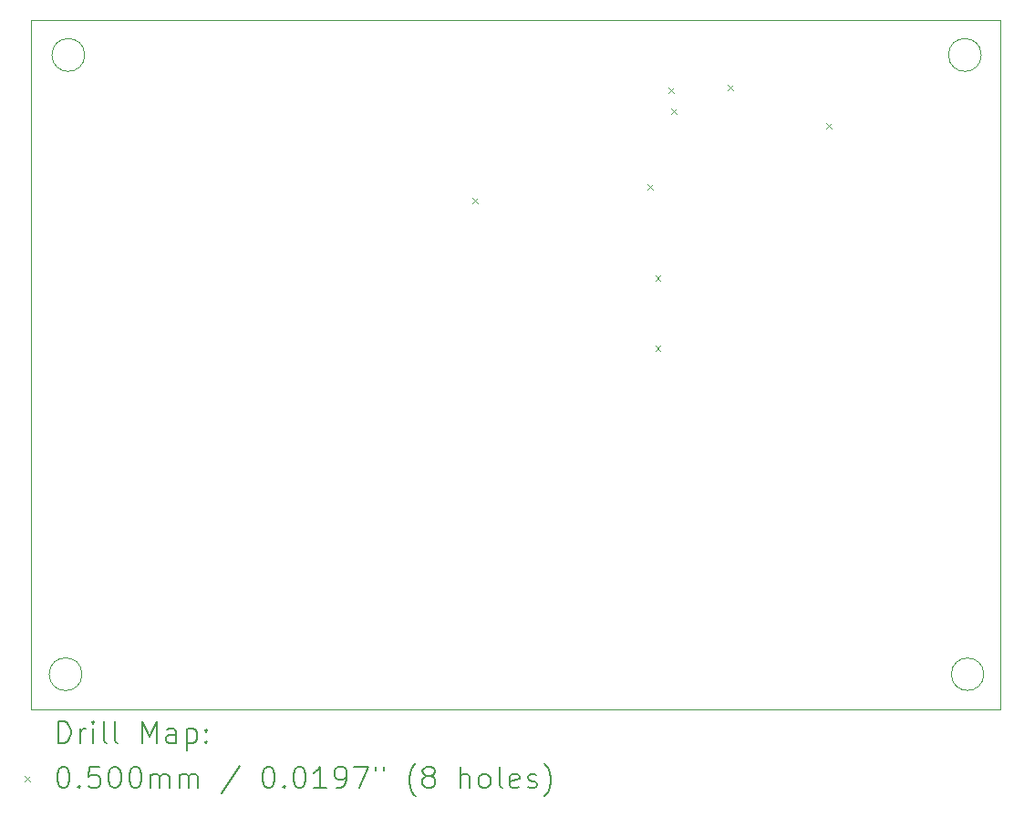
<source format=gbr>
%TF.GenerationSoftware,KiCad,Pcbnew,8.0.5*%
%TF.CreationDate,2024-12-18T11:28:25+01:00*%
%TF.ProjectId,Antenna_switch,416e7465-6e6e-4615-9f73-77697463682e,rev?*%
%TF.SameCoordinates,Original*%
%TF.FileFunction,Drillmap*%
%TF.FilePolarity,Positive*%
%FSLAX45Y45*%
G04 Gerber Fmt 4.5, Leading zero omitted, Abs format (unit mm)*
G04 Created by KiCad (PCBNEW 8.0.5) date 2024-12-18 11:28:25*
%MOMM*%
%LPD*%
G01*
G04 APERTURE LIST*
%ADD10C,0.050000*%
%ADD11C,0.200000*%
%ADD12C,0.100000*%
G04 APERTURE END LIST*
D10*
X18375000Y-9750000D02*
G75*
G02*
X18075000Y-9750000I-150000J0D01*
G01*
X18075000Y-9750000D02*
G75*
G02*
X18375000Y-9750000I150000J0D01*
G01*
X18352069Y-4000000D02*
G75*
G02*
X18047931Y-4000000I-152069J0D01*
G01*
X18047931Y-4000000D02*
G75*
G02*
X18352069Y-4000000I152069J0D01*
G01*
X10002069Y-9750000D02*
G75*
G02*
X9697931Y-9750000I-152069J0D01*
G01*
X9697931Y-9750000D02*
G75*
G02*
X10002069Y-9750000I152069J0D01*
G01*
X9525000Y-3675000D02*
X18525000Y-3675000D01*
X18525000Y-10075000D01*
X9525000Y-10075000D01*
X9525000Y-3675000D01*
X10027069Y-4000000D02*
G75*
G02*
X9722931Y-4000000I-152069J0D01*
G01*
X9722931Y-4000000D02*
G75*
G02*
X10027069Y-4000000I152069J0D01*
G01*
D11*
D12*
X13625000Y-5325000D02*
X13675000Y-5375000D01*
X13675000Y-5325000D02*
X13625000Y-5375000D01*
X15250000Y-5200000D02*
X15300000Y-5250000D01*
X15300000Y-5200000D02*
X15250000Y-5250000D01*
X15325000Y-6050000D02*
X15375000Y-6100000D01*
X15375000Y-6050000D02*
X15325000Y-6100000D01*
X15325000Y-6700000D02*
X15375000Y-6750000D01*
X15375000Y-6700000D02*
X15325000Y-6750000D01*
X15450000Y-4300000D02*
X15500000Y-4350000D01*
X15500000Y-4300000D02*
X15450000Y-4350000D01*
X15475000Y-4500000D02*
X15525000Y-4550000D01*
X15525000Y-4500000D02*
X15475000Y-4550000D01*
X16000000Y-4275000D02*
X16050000Y-4325000D01*
X16050000Y-4275000D02*
X16000000Y-4325000D01*
X16915000Y-4635000D02*
X16965000Y-4685000D01*
X16965000Y-4635000D02*
X16915000Y-4685000D01*
D11*
X9783277Y-10388984D02*
X9783277Y-10188984D01*
X9783277Y-10188984D02*
X9830896Y-10188984D01*
X9830896Y-10188984D02*
X9859467Y-10198508D01*
X9859467Y-10198508D02*
X9878515Y-10217555D01*
X9878515Y-10217555D02*
X9888039Y-10236603D01*
X9888039Y-10236603D02*
X9897563Y-10274698D01*
X9897563Y-10274698D02*
X9897563Y-10303270D01*
X9897563Y-10303270D02*
X9888039Y-10341365D01*
X9888039Y-10341365D02*
X9878515Y-10360412D01*
X9878515Y-10360412D02*
X9859467Y-10379460D01*
X9859467Y-10379460D02*
X9830896Y-10388984D01*
X9830896Y-10388984D02*
X9783277Y-10388984D01*
X9983277Y-10388984D02*
X9983277Y-10255650D01*
X9983277Y-10293746D02*
X9992801Y-10274698D01*
X9992801Y-10274698D02*
X10002324Y-10265174D01*
X10002324Y-10265174D02*
X10021372Y-10255650D01*
X10021372Y-10255650D02*
X10040420Y-10255650D01*
X10107086Y-10388984D02*
X10107086Y-10255650D01*
X10107086Y-10188984D02*
X10097563Y-10198508D01*
X10097563Y-10198508D02*
X10107086Y-10208031D01*
X10107086Y-10208031D02*
X10116610Y-10198508D01*
X10116610Y-10198508D02*
X10107086Y-10188984D01*
X10107086Y-10188984D02*
X10107086Y-10208031D01*
X10230896Y-10388984D02*
X10211848Y-10379460D01*
X10211848Y-10379460D02*
X10202324Y-10360412D01*
X10202324Y-10360412D02*
X10202324Y-10188984D01*
X10335658Y-10388984D02*
X10316610Y-10379460D01*
X10316610Y-10379460D02*
X10307086Y-10360412D01*
X10307086Y-10360412D02*
X10307086Y-10188984D01*
X10564229Y-10388984D02*
X10564229Y-10188984D01*
X10564229Y-10188984D02*
X10630896Y-10331841D01*
X10630896Y-10331841D02*
X10697563Y-10188984D01*
X10697563Y-10188984D02*
X10697563Y-10388984D01*
X10878515Y-10388984D02*
X10878515Y-10284222D01*
X10878515Y-10284222D02*
X10868991Y-10265174D01*
X10868991Y-10265174D02*
X10849944Y-10255650D01*
X10849944Y-10255650D02*
X10811848Y-10255650D01*
X10811848Y-10255650D02*
X10792801Y-10265174D01*
X10878515Y-10379460D02*
X10859467Y-10388984D01*
X10859467Y-10388984D02*
X10811848Y-10388984D01*
X10811848Y-10388984D02*
X10792801Y-10379460D01*
X10792801Y-10379460D02*
X10783277Y-10360412D01*
X10783277Y-10360412D02*
X10783277Y-10341365D01*
X10783277Y-10341365D02*
X10792801Y-10322317D01*
X10792801Y-10322317D02*
X10811848Y-10312793D01*
X10811848Y-10312793D02*
X10859467Y-10312793D01*
X10859467Y-10312793D02*
X10878515Y-10303270D01*
X10973753Y-10255650D02*
X10973753Y-10455650D01*
X10973753Y-10265174D02*
X10992801Y-10255650D01*
X10992801Y-10255650D02*
X11030896Y-10255650D01*
X11030896Y-10255650D02*
X11049944Y-10265174D01*
X11049944Y-10265174D02*
X11059467Y-10274698D01*
X11059467Y-10274698D02*
X11068991Y-10293746D01*
X11068991Y-10293746D02*
X11068991Y-10350889D01*
X11068991Y-10350889D02*
X11059467Y-10369936D01*
X11059467Y-10369936D02*
X11049944Y-10379460D01*
X11049944Y-10379460D02*
X11030896Y-10388984D01*
X11030896Y-10388984D02*
X10992801Y-10388984D01*
X10992801Y-10388984D02*
X10973753Y-10379460D01*
X11154705Y-10369936D02*
X11164229Y-10379460D01*
X11164229Y-10379460D02*
X11154705Y-10388984D01*
X11154705Y-10388984D02*
X11145182Y-10379460D01*
X11145182Y-10379460D02*
X11154705Y-10369936D01*
X11154705Y-10369936D02*
X11154705Y-10388984D01*
X11154705Y-10265174D02*
X11164229Y-10274698D01*
X11164229Y-10274698D02*
X11154705Y-10284222D01*
X11154705Y-10284222D02*
X11145182Y-10274698D01*
X11145182Y-10274698D02*
X11154705Y-10265174D01*
X11154705Y-10265174D02*
X11154705Y-10284222D01*
D12*
X9472500Y-10692500D02*
X9522500Y-10742500D01*
X9522500Y-10692500D02*
X9472500Y-10742500D01*
D11*
X9821372Y-10608984D02*
X9840420Y-10608984D01*
X9840420Y-10608984D02*
X9859467Y-10618508D01*
X9859467Y-10618508D02*
X9868991Y-10628031D01*
X9868991Y-10628031D02*
X9878515Y-10647079D01*
X9878515Y-10647079D02*
X9888039Y-10685174D01*
X9888039Y-10685174D02*
X9888039Y-10732793D01*
X9888039Y-10732793D02*
X9878515Y-10770889D01*
X9878515Y-10770889D02*
X9868991Y-10789936D01*
X9868991Y-10789936D02*
X9859467Y-10799460D01*
X9859467Y-10799460D02*
X9840420Y-10808984D01*
X9840420Y-10808984D02*
X9821372Y-10808984D01*
X9821372Y-10808984D02*
X9802324Y-10799460D01*
X9802324Y-10799460D02*
X9792801Y-10789936D01*
X9792801Y-10789936D02*
X9783277Y-10770889D01*
X9783277Y-10770889D02*
X9773753Y-10732793D01*
X9773753Y-10732793D02*
X9773753Y-10685174D01*
X9773753Y-10685174D02*
X9783277Y-10647079D01*
X9783277Y-10647079D02*
X9792801Y-10628031D01*
X9792801Y-10628031D02*
X9802324Y-10618508D01*
X9802324Y-10618508D02*
X9821372Y-10608984D01*
X9973753Y-10789936D02*
X9983277Y-10799460D01*
X9983277Y-10799460D02*
X9973753Y-10808984D01*
X9973753Y-10808984D02*
X9964229Y-10799460D01*
X9964229Y-10799460D02*
X9973753Y-10789936D01*
X9973753Y-10789936D02*
X9973753Y-10808984D01*
X10164229Y-10608984D02*
X10068991Y-10608984D01*
X10068991Y-10608984D02*
X10059467Y-10704222D01*
X10059467Y-10704222D02*
X10068991Y-10694698D01*
X10068991Y-10694698D02*
X10088039Y-10685174D01*
X10088039Y-10685174D02*
X10135658Y-10685174D01*
X10135658Y-10685174D02*
X10154705Y-10694698D01*
X10154705Y-10694698D02*
X10164229Y-10704222D01*
X10164229Y-10704222D02*
X10173753Y-10723270D01*
X10173753Y-10723270D02*
X10173753Y-10770889D01*
X10173753Y-10770889D02*
X10164229Y-10789936D01*
X10164229Y-10789936D02*
X10154705Y-10799460D01*
X10154705Y-10799460D02*
X10135658Y-10808984D01*
X10135658Y-10808984D02*
X10088039Y-10808984D01*
X10088039Y-10808984D02*
X10068991Y-10799460D01*
X10068991Y-10799460D02*
X10059467Y-10789936D01*
X10297563Y-10608984D02*
X10316610Y-10608984D01*
X10316610Y-10608984D02*
X10335658Y-10618508D01*
X10335658Y-10618508D02*
X10345182Y-10628031D01*
X10345182Y-10628031D02*
X10354705Y-10647079D01*
X10354705Y-10647079D02*
X10364229Y-10685174D01*
X10364229Y-10685174D02*
X10364229Y-10732793D01*
X10364229Y-10732793D02*
X10354705Y-10770889D01*
X10354705Y-10770889D02*
X10345182Y-10789936D01*
X10345182Y-10789936D02*
X10335658Y-10799460D01*
X10335658Y-10799460D02*
X10316610Y-10808984D01*
X10316610Y-10808984D02*
X10297563Y-10808984D01*
X10297563Y-10808984D02*
X10278515Y-10799460D01*
X10278515Y-10799460D02*
X10268991Y-10789936D01*
X10268991Y-10789936D02*
X10259467Y-10770889D01*
X10259467Y-10770889D02*
X10249944Y-10732793D01*
X10249944Y-10732793D02*
X10249944Y-10685174D01*
X10249944Y-10685174D02*
X10259467Y-10647079D01*
X10259467Y-10647079D02*
X10268991Y-10628031D01*
X10268991Y-10628031D02*
X10278515Y-10618508D01*
X10278515Y-10618508D02*
X10297563Y-10608984D01*
X10488039Y-10608984D02*
X10507086Y-10608984D01*
X10507086Y-10608984D02*
X10526134Y-10618508D01*
X10526134Y-10618508D02*
X10535658Y-10628031D01*
X10535658Y-10628031D02*
X10545182Y-10647079D01*
X10545182Y-10647079D02*
X10554705Y-10685174D01*
X10554705Y-10685174D02*
X10554705Y-10732793D01*
X10554705Y-10732793D02*
X10545182Y-10770889D01*
X10545182Y-10770889D02*
X10535658Y-10789936D01*
X10535658Y-10789936D02*
X10526134Y-10799460D01*
X10526134Y-10799460D02*
X10507086Y-10808984D01*
X10507086Y-10808984D02*
X10488039Y-10808984D01*
X10488039Y-10808984D02*
X10468991Y-10799460D01*
X10468991Y-10799460D02*
X10459467Y-10789936D01*
X10459467Y-10789936D02*
X10449944Y-10770889D01*
X10449944Y-10770889D02*
X10440420Y-10732793D01*
X10440420Y-10732793D02*
X10440420Y-10685174D01*
X10440420Y-10685174D02*
X10449944Y-10647079D01*
X10449944Y-10647079D02*
X10459467Y-10628031D01*
X10459467Y-10628031D02*
X10468991Y-10618508D01*
X10468991Y-10618508D02*
X10488039Y-10608984D01*
X10640420Y-10808984D02*
X10640420Y-10675650D01*
X10640420Y-10694698D02*
X10649944Y-10685174D01*
X10649944Y-10685174D02*
X10668991Y-10675650D01*
X10668991Y-10675650D02*
X10697563Y-10675650D01*
X10697563Y-10675650D02*
X10716610Y-10685174D01*
X10716610Y-10685174D02*
X10726134Y-10704222D01*
X10726134Y-10704222D02*
X10726134Y-10808984D01*
X10726134Y-10704222D02*
X10735658Y-10685174D01*
X10735658Y-10685174D02*
X10754705Y-10675650D01*
X10754705Y-10675650D02*
X10783277Y-10675650D01*
X10783277Y-10675650D02*
X10802325Y-10685174D01*
X10802325Y-10685174D02*
X10811848Y-10704222D01*
X10811848Y-10704222D02*
X10811848Y-10808984D01*
X10907086Y-10808984D02*
X10907086Y-10675650D01*
X10907086Y-10694698D02*
X10916610Y-10685174D01*
X10916610Y-10685174D02*
X10935658Y-10675650D01*
X10935658Y-10675650D02*
X10964229Y-10675650D01*
X10964229Y-10675650D02*
X10983277Y-10685174D01*
X10983277Y-10685174D02*
X10992801Y-10704222D01*
X10992801Y-10704222D02*
X10992801Y-10808984D01*
X10992801Y-10704222D02*
X11002325Y-10685174D01*
X11002325Y-10685174D02*
X11021372Y-10675650D01*
X11021372Y-10675650D02*
X11049944Y-10675650D01*
X11049944Y-10675650D02*
X11068991Y-10685174D01*
X11068991Y-10685174D02*
X11078515Y-10704222D01*
X11078515Y-10704222D02*
X11078515Y-10808984D01*
X11468991Y-10599460D02*
X11297563Y-10856603D01*
X11726134Y-10608984D02*
X11745182Y-10608984D01*
X11745182Y-10608984D02*
X11764229Y-10618508D01*
X11764229Y-10618508D02*
X11773753Y-10628031D01*
X11773753Y-10628031D02*
X11783277Y-10647079D01*
X11783277Y-10647079D02*
X11792801Y-10685174D01*
X11792801Y-10685174D02*
X11792801Y-10732793D01*
X11792801Y-10732793D02*
X11783277Y-10770889D01*
X11783277Y-10770889D02*
X11773753Y-10789936D01*
X11773753Y-10789936D02*
X11764229Y-10799460D01*
X11764229Y-10799460D02*
X11745182Y-10808984D01*
X11745182Y-10808984D02*
X11726134Y-10808984D01*
X11726134Y-10808984D02*
X11707086Y-10799460D01*
X11707086Y-10799460D02*
X11697563Y-10789936D01*
X11697563Y-10789936D02*
X11688039Y-10770889D01*
X11688039Y-10770889D02*
X11678515Y-10732793D01*
X11678515Y-10732793D02*
X11678515Y-10685174D01*
X11678515Y-10685174D02*
X11688039Y-10647079D01*
X11688039Y-10647079D02*
X11697563Y-10628031D01*
X11697563Y-10628031D02*
X11707086Y-10618508D01*
X11707086Y-10618508D02*
X11726134Y-10608984D01*
X11878515Y-10789936D02*
X11888039Y-10799460D01*
X11888039Y-10799460D02*
X11878515Y-10808984D01*
X11878515Y-10808984D02*
X11868991Y-10799460D01*
X11868991Y-10799460D02*
X11878515Y-10789936D01*
X11878515Y-10789936D02*
X11878515Y-10808984D01*
X12011848Y-10608984D02*
X12030896Y-10608984D01*
X12030896Y-10608984D02*
X12049944Y-10618508D01*
X12049944Y-10618508D02*
X12059467Y-10628031D01*
X12059467Y-10628031D02*
X12068991Y-10647079D01*
X12068991Y-10647079D02*
X12078515Y-10685174D01*
X12078515Y-10685174D02*
X12078515Y-10732793D01*
X12078515Y-10732793D02*
X12068991Y-10770889D01*
X12068991Y-10770889D02*
X12059467Y-10789936D01*
X12059467Y-10789936D02*
X12049944Y-10799460D01*
X12049944Y-10799460D02*
X12030896Y-10808984D01*
X12030896Y-10808984D02*
X12011848Y-10808984D01*
X12011848Y-10808984D02*
X11992801Y-10799460D01*
X11992801Y-10799460D02*
X11983277Y-10789936D01*
X11983277Y-10789936D02*
X11973753Y-10770889D01*
X11973753Y-10770889D02*
X11964229Y-10732793D01*
X11964229Y-10732793D02*
X11964229Y-10685174D01*
X11964229Y-10685174D02*
X11973753Y-10647079D01*
X11973753Y-10647079D02*
X11983277Y-10628031D01*
X11983277Y-10628031D02*
X11992801Y-10618508D01*
X11992801Y-10618508D02*
X12011848Y-10608984D01*
X12268991Y-10808984D02*
X12154706Y-10808984D01*
X12211848Y-10808984D02*
X12211848Y-10608984D01*
X12211848Y-10608984D02*
X12192801Y-10637555D01*
X12192801Y-10637555D02*
X12173753Y-10656603D01*
X12173753Y-10656603D02*
X12154706Y-10666127D01*
X12364229Y-10808984D02*
X12402325Y-10808984D01*
X12402325Y-10808984D02*
X12421372Y-10799460D01*
X12421372Y-10799460D02*
X12430896Y-10789936D01*
X12430896Y-10789936D02*
X12449944Y-10761365D01*
X12449944Y-10761365D02*
X12459467Y-10723270D01*
X12459467Y-10723270D02*
X12459467Y-10647079D01*
X12459467Y-10647079D02*
X12449944Y-10628031D01*
X12449944Y-10628031D02*
X12440420Y-10618508D01*
X12440420Y-10618508D02*
X12421372Y-10608984D01*
X12421372Y-10608984D02*
X12383277Y-10608984D01*
X12383277Y-10608984D02*
X12364229Y-10618508D01*
X12364229Y-10618508D02*
X12354706Y-10628031D01*
X12354706Y-10628031D02*
X12345182Y-10647079D01*
X12345182Y-10647079D02*
X12345182Y-10694698D01*
X12345182Y-10694698D02*
X12354706Y-10713746D01*
X12354706Y-10713746D02*
X12364229Y-10723270D01*
X12364229Y-10723270D02*
X12383277Y-10732793D01*
X12383277Y-10732793D02*
X12421372Y-10732793D01*
X12421372Y-10732793D02*
X12440420Y-10723270D01*
X12440420Y-10723270D02*
X12449944Y-10713746D01*
X12449944Y-10713746D02*
X12459467Y-10694698D01*
X12526134Y-10608984D02*
X12659467Y-10608984D01*
X12659467Y-10608984D02*
X12573753Y-10808984D01*
X12726134Y-10608984D02*
X12726134Y-10647079D01*
X12802325Y-10608984D02*
X12802325Y-10647079D01*
X13097563Y-10885174D02*
X13088039Y-10875650D01*
X13088039Y-10875650D02*
X13068991Y-10847079D01*
X13068991Y-10847079D02*
X13059468Y-10828031D01*
X13059468Y-10828031D02*
X13049944Y-10799460D01*
X13049944Y-10799460D02*
X13040420Y-10751841D01*
X13040420Y-10751841D02*
X13040420Y-10713746D01*
X13040420Y-10713746D02*
X13049944Y-10666127D01*
X13049944Y-10666127D02*
X13059468Y-10637555D01*
X13059468Y-10637555D02*
X13068991Y-10618508D01*
X13068991Y-10618508D02*
X13088039Y-10589936D01*
X13088039Y-10589936D02*
X13097563Y-10580412D01*
X13202325Y-10694698D02*
X13183277Y-10685174D01*
X13183277Y-10685174D02*
X13173753Y-10675650D01*
X13173753Y-10675650D02*
X13164229Y-10656603D01*
X13164229Y-10656603D02*
X13164229Y-10647079D01*
X13164229Y-10647079D02*
X13173753Y-10628031D01*
X13173753Y-10628031D02*
X13183277Y-10618508D01*
X13183277Y-10618508D02*
X13202325Y-10608984D01*
X13202325Y-10608984D02*
X13240420Y-10608984D01*
X13240420Y-10608984D02*
X13259468Y-10618508D01*
X13259468Y-10618508D02*
X13268991Y-10628031D01*
X13268991Y-10628031D02*
X13278515Y-10647079D01*
X13278515Y-10647079D02*
X13278515Y-10656603D01*
X13278515Y-10656603D02*
X13268991Y-10675650D01*
X13268991Y-10675650D02*
X13259468Y-10685174D01*
X13259468Y-10685174D02*
X13240420Y-10694698D01*
X13240420Y-10694698D02*
X13202325Y-10694698D01*
X13202325Y-10694698D02*
X13183277Y-10704222D01*
X13183277Y-10704222D02*
X13173753Y-10713746D01*
X13173753Y-10713746D02*
X13164229Y-10732793D01*
X13164229Y-10732793D02*
X13164229Y-10770889D01*
X13164229Y-10770889D02*
X13173753Y-10789936D01*
X13173753Y-10789936D02*
X13183277Y-10799460D01*
X13183277Y-10799460D02*
X13202325Y-10808984D01*
X13202325Y-10808984D02*
X13240420Y-10808984D01*
X13240420Y-10808984D02*
X13259468Y-10799460D01*
X13259468Y-10799460D02*
X13268991Y-10789936D01*
X13268991Y-10789936D02*
X13278515Y-10770889D01*
X13278515Y-10770889D02*
X13278515Y-10732793D01*
X13278515Y-10732793D02*
X13268991Y-10713746D01*
X13268991Y-10713746D02*
X13259468Y-10704222D01*
X13259468Y-10704222D02*
X13240420Y-10694698D01*
X13516610Y-10808984D02*
X13516610Y-10608984D01*
X13602325Y-10808984D02*
X13602325Y-10704222D01*
X13602325Y-10704222D02*
X13592801Y-10685174D01*
X13592801Y-10685174D02*
X13573753Y-10675650D01*
X13573753Y-10675650D02*
X13545182Y-10675650D01*
X13545182Y-10675650D02*
X13526134Y-10685174D01*
X13526134Y-10685174D02*
X13516610Y-10694698D01*
X13726134Y-10808984D02*
X13707087Y-10799460D01*
X13707087Y-10799460D02*
X13697563Y-10789936D01*
X13697563Y-10789936D02*
X13688039Y-10770889D01*
X13688039Y-10770889D02*
X13688039Y-10713746D01*
X13688039Y-10713746D02*
X13697563Y-10694698D01*
X13697563Y-10694698D02*
X13707087Y-10685174D01*
X13707087Y-10685174D02*
X13726134Y-10675650D01*
X13726134Y-10675650D02*
X13754706Y-10675650D01*
X13754706Y-10675650D02*
X13773753Y-10685174D01*
X13773753Y-10685174D02*
X13783277Y-10694698D01*
X13783277Y-10694698D02*
X13792801Y-10713746D01*
X13792801Y-10713746D02*
X13792801Y-10770889D01*
X13792801Y-10770889D02*
X13783277Y-10789936D01*
X13783277Y-10789936D02*
X13773753Y-10799460D01*
X13773753Y-10799460D02*
X13754706Y-10808984D01*
X13754706Y-10808984D02*
X13726134Y-10808984D01*
X13907087Y-10808984D02*
X13888039Y-10799460D01*
X13888039Y-10799460D02*
X13878515Y-10780412D01*
X13878515Y-10780412D02*
X13878515Y-10608984D01*
X14059468Y-10799460D02*
X14040420Y-10808984D01*
X14040420Y-10808984D02*
X14002325Y-10808984D01*
X14002325Y-10808984D02*
X13983277Y-10799460D01*
X13983277Y-10799460D02*
X13973753Y-10780412D01*
X13973753Y-10780412D02*
X13973753Y-10704222D01*
X13973753Y-10704222D02*
X13983277Y-10685174D01*
X13983277Y-10685174D02*
X14002325Y-10675650D01*
X14002325Y-10675650D02*
X14040420Y-10675650D01*
X14040420Y-10675650D02*
X14059468Y-10685174D01*
X14059468Y-10685174D02*
X14068991Y-10704222D01*
X14068991Y-10704222D02*
X14068991Y-10723270D01*
X14068991Y-10723270D02*
X13973753Y-10742317D01*
X14145182Y-10799460D02*
X14164230Y-10808984D01*
X14164230Y-10808984D02*
X14202325Y-10808984D01*
X14202325Y-10808984D02*
X14221372Y-10799460D01*
X14221372Y-10799460D02*
X14230896Y-10780412D01*
X14230896Y-10780412D02*
X14230896Y-10770889D01*
X14230896Y-10770889D02*
X14221372Y-10751841D01*
X14221372Y-10751841D02*
X14202325Y-10742317D01*
X14202325Y-10742317D02*
X14173753Y-10742317D01*
X14173753Y-10742317D02*
X14154706Y-10732793D01*
X14154706Y-10732793D02*
X14145182Y-10713746D01*
X14145182Y-10713746D02*
X14145182Y-10704222D01*
X14145182Y-10704222D02*
X14154706Y-10685174D01*
X14154706Y-10685174D02*
X14173753Y-10675650D01*
X14173753Y-10675650D02*
X14202325Y-10675650D01*
X14202325Y-10675650D02*
X14221372Y-10685174D01*
X14297563Y-10885174D02*
X14307087Y-10875650D01*
X14307087Y-10875650D02*
X14326134Y-10847079D01*
X14326134Y-10847079D02*
X14335658Y-10828031D01*
X14335658Y-10828031D02*
X14345182Y-10799460D01*
X14345182Y-10799460D02*
X14354706Y-10751841D01*
X14354706Y-10751841D02*
X14354706Y-10713746D01*
X14354706Y-10713746D02*
X14345182Y-10666127D01*
X14345182Y-10666127D02*
X14335658Y-10637555D01*
X14335658Y-10637555D02*
X14326134Y-10618508D01*
X14326134Y-10618508D02*
X14307087Y-10589936D01*
X14307087Y-10589936D02*
X14297563Y-10580412D01*
M02*

</source>
